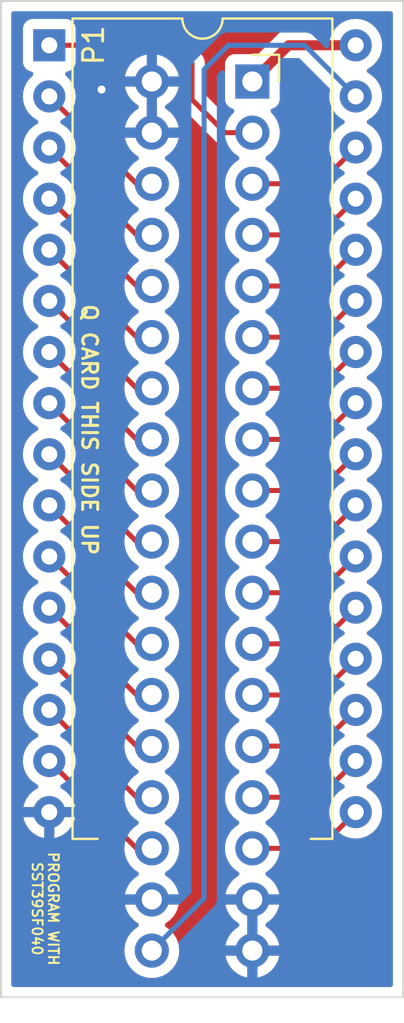
<source format=kicad_pcb>
(kicad_pcb (version 20211014) (generator pcbnew)
  (layers (0 "F.Cu" signal) (31 "B.Cu" signal) (34 "B.Paste" user) (35 "F.Paste" user) (36 "B.SilkS" user "B.Silkscreen") (37 "F.SilkS" user "F.Silkscreen") (38 "B.Mask" user) (39 "F.Mask" user) (44 "Edge.Cuts" user))
  (net 0 "")
  (net 1 "/A16")
  (net 2 "/A15")
  (net 3 "/A12")
  (net 4 "/A7")
  (net 5 "/A6")
  (net 6 "/A5")
  (net 7 "/A4")
  (net 8 "/A3")
  (net 9 "/A2")
  (net 10 "/A1")
  (net 11 "/A0")
  (net 12 "/D0")
  (net 13 "/D1")
  (net 14 "/D2")
  (net 15 "/GND")
  (net 16 "/D3")
  (net 17 "/D4")
  (net 18 "/D5")
  (net 19 "/D6")
  (net 20 "/D7")
  (net 21 "/CE")
  (net 22 "/A10")
  (net 23 "/OE")
  (net 24 "/A11")
  (net 25 "/A9")
  (net 26 "/A8")
  (net 27 "/A13")
  (net 28 "/A14")
  (net 29 "/A17")
  (net 30 "/A18")
  (net 31 "/VCC")
  (net 32 "/WE")
  (footprint "Connector_PinSocket_2.54mm:PinSocket_2x18_P2.54mm_Vertical" (layer "F.Cu") (at 96.5 54)
    (fp_text reference "J1" hide)
    (fp_text value "CART CONNECTOR")
    (fp_line (start 1.33 -1.33) (end 1.33 0) (layer "F.SilkS") (width 0.12))
    (fp_line (start 0 -1.33) (end 1.33 -1.33) (layer "F.SilkS") (width 0.12))
    (pad "1" thru_hole rect (at 0 0) (size 1.7 1.7) (drill 1) (layers *.Cu *.Mask) (net 31 "/VCC"))
    (pad "2" thru_hole oval (at -5 0) (size 1.7 1.7) (drill 1) (layers *.Cu *.Mask) (net 15 "/GND"))
    (pad "3" thru_hole oval (at 0 2.54) (size 1.7 1.7) (drill 1) (layers *.Cu *.Mask) (net 30 "/A18"))
    (pad "4" thru_hole oval (at -5 2.54) (size 1.7 1.7) (drill 1) (layers *.Cu *.Mask) (net 15 "/GND"))
    (pad "5" thru_hole oval (at 0 5.08) (size 1.7 1.7) (drill 1) (layers *.Cu *.Mask) (net 29 "/A17"))
    (pad "6" thru_hole oval (at -5 5.08) (size 1.7 1.7) (drill 1) (layers *.Cu *.Mask) (net 1 "/A16"))
    (pad "7" thru_hole oval (at 0 7.62) (size 1.7 1.7) (drill 1) (layers *.Cu *.Mask) (net 28 "/A14"))
    (pad "8" thru_hole oval (at -5 7.62) (size 1.7 1.7) (drill 1) (layers *.Cu *.Mask) (net 2 "/A15"))
    (pad "9" thru_hole oval (at 0 10.16) (size 1.7 1.7) (drill 1) (layers *.Cu *.Mask) (net 27 "/A13"))
    (pad "10" thru_hole oval (at -5 10.16) (size 1.7 1.7) (drill 1) (layers *.Cu *.Mask) (net 3 "/A12"))
    (pad "11" thru_hole oval (at 0 12.7) (size 1.7 1.7) (drill 1) (layers *.Cu *.Mask) (net 26 "/A8"))
    (pad "12" thru_hole oval (at -5 12.7) (size 1.7 1.7) (drill 1) (layers *.Cu *.Mask) (net 4 "/A7"))
    (pad "13" thru_hole oval (at 0 15.24) (size 1.7 1.7) (drill 1) (layers *.Cu *.Mask) (net 25 "/A9"))
    (pad "14" thru_hole oval (at -5 15.24) (size 1.7 1.7) (drill 1) (layers *.Cu *.Mask) (net 5 "/A6"))
    (pad "15" thru_hole oval (at 0 17.78) (size 1.7 1.7) (drill 1) (layers *.Cu *.Mask) (net 24 "/A11"))
    (pad "16" thru_hole oval (at -5 17.78) (size 1.7 1.7) (drill 1) (layers *.Cu *.Mask) (net 6 "/A5"))
    (pad "17" thru_hole oval (at 0 20.32) (size 1.7 1.7) (drill 1) (layers *.Cu *.Mask) (net 23 "/OE"))
    (pad "18" thru_hole oval (at -5 20.32) (size 1.7 1.7) (drill 1) (layers *.Cu *.Mask) (net 7 "/A4"))
    (pad "19" thru_hole oval (at 0 22.86) (size 1.7 1.7) (drill 1) (layers *.Cu *.Mask) (net 22 "/A10"))
    (pad "20" thru_hole oval (at -5 22.86) (size 1.7 1.7) (drill 1) (layers *.Cu *.Mask) (net 8 "/A3"))
    (pad "21" thru_hole oval (at 0 25.4) (size 1.7 1.7) (drill 1) (layers *.Cu *.Mask) (net 21 "/CE"))
    (pad "22" thru_hole oval (at -5 25.4) (size 1.7 1.7) (drill 1) (layers *.Cu *.Mask) (net 9 "/A2"))
    (pad "23" thru_hole oval (at 0 27.94) (size 1.7 1.7) (drill 1) (layers *.Cu *.Mask) (net 20 "/D7"))
    (pad "24" thru_hole oval (at -5 27.94) (size 1.7 1.7) (drill 1) (layers *.Cu *.Mask) (net 10 "/A1"))
    (pad "25" thru_hole oval (at 0 30.48) (size 1.7 1.7) (drill 1) (layers *.Cu *.Mask) (net 19 "/D6"))
    (pad "26" thru_hole oval (at -5 30.48) (size 1.7 1.7) (drill 1) (layers *.Cu *.Mask) (net 11 "/A0"))
    (pad "27" thru_hole oval (at 0 33.02) (size 1.7 1.7) (drill 1) (layers *.Cu *.Mask) (net 18 "/D5"))
    (pad "28" thru_hole oval (at -5 33.02) (size 1.7 1.7) (drill 1) (layers *.Cu *.Mask) (net 12 "/D0"))
    (pad "29" thru_hole oval (at 0 35.56) (size 1.7 1.7) (drill 1) (layers *.Cu *.Mask) (net 17 "/D4"))
    (pad "30" thru_hole oval (at -5 35.56) (size 1.7 1.7) (drill 1) (layers *.Cu *.Mask) (net 13 "/D1"))
    (pad "31" thru_hole oval (at 0 38.1) (size 1.7 1.7) (drill 1) (layers *.Cu *.Mask) (net 16 "/D3"))
    (pad "32" thru_hole oval (at -5 38.1) (size 1.7 1.7) (drill 1) (layers *.Cu *.Mask) (net 14 "/D2"))
    (pad "33" thru_hole oval (at 0 40.64) (size 1.7 1.7) (drill 1) (layers *.Cu *.Mask) (net 15 "/GND"))
    (pad "34" thru_hole oval (at -5 40.64) (size 1.7 1.7) (drill 1) (layers *.Cu *.Mask) (net 15 "/GND"))
    (pad "35" thru_hole oval (at 0 43.18) (size 1.7 1.7) (drill 1) (layers *.Cu *.Mask) (net 15 "/GND"))
    (pad "36" thru_hole oval (at -5 43.18) (size 1.7 1.7) (drill 1) (layers *.Cu *.Mask) (net 32 "/WE"))
  )
  (footprint "Package_DIP:DIP-32_W15.24mm" (layer "F.Cu") (at 86.4 52.2)
    (fp_text reference "J2" hide)
    (fp_text value "PROGRAMMER DIP")
    (fp_line (start 14.08 39.43) (end 14.08 -1.33) (layer "F.SilkS") (width 0.12))
    (fp_line (start 2.4 39.43) (end 1.16 39.43) (layer "F.SilkS") (width 0.12))
    (fp_line (start 14.05 39.43) (end 13 39.43) (layer "F.SilkS") (width 0.12))
    (fp_line (start 6.62 -1.33) (end 1.16 -1.33) (layer "F.SilkS") (width 0.12))
    (fp_line (start 14.08 -1.33) (end 8.62 -1.33) (layer "F.SilkS") (width 0.12))
    (fp_line (start 1.16 -1.33) (end 1.16 39.43) (layer "F.SilkS") (width 0.12))
    (fp_arc (start 8.62 -1.33) (mid 7.62 -0.33) (end 6.62 -1.33) (layer "F.SilkS") (width 0.12))
    (pad "1" thru_hole rect (at 0 0) (size 1.6 1.6) (drill 0.8) (layers *.Cu *.Mask) (net 30 "/A18"))
    (pad "2" thru_hole oval (at 0 2.54) (size 1.6 1.6) (drill 0.8) (layers *.Cu *.Mask) (net 1 "/A16"))
    (pad "3" thru_hole oval (at 0 5.08) (size 1.6 1.6) (drill 0.8) (layers *.Cu *.Mask) (net 2 "/A15"))
    (pad "4" thru_hole oval (at 0 7.62) (size 1.6 1.6) (drill 0.8) (layers *.Cu *.Mask) (net 3 "/A12"))
    (pad "5" thru_hole oval (at 0 10.16) (size 1.6 1.6) (drill 0.8) (layers *.Cu *.Mask) (net 4 "/A7"))
    (pad "6" thru_hole oval (at 0 12.7) (size 1.6 1.6) (drill 0.8) (layers *.Cu *.Mask) (net 5 "/A6"))
    (pad "7" thru_hole oval (at 0 15.24) (size 1.6 1.6) (drill 0.8) (layers *.Cu *.Mask) (net 6 "/A5"))
    (pad "8" thru_hole oval (at 0 17.78) (size 1.6 1.6) (drill 0.8) (layers *.Cu *.Mask) (net 7 "/A4"))
    (pad "9" thru_hole oval (at 0 20.32) (size 1.6 1.6) (drill 0.8) (layers *.Cu *.Mask) (net 8 "/A3"))
    (pad "10" thru_hole oval (at 0 22.86) (size 1.6 1.6) (drill 0.8) (layers *.Cu *.Mask) (net 9 "/A2"))
    (pad "11" thru_hole oval (at 0 25.4) (size 1.6 1.6) (drill 0.8) (layers *.Cu *.Mask) (net 10 "/A1"))
    (pad "12" thru_hole oval (at 0 27.94) (size 1.6 1.6) (drill 0.8) (layers *.Cu *.Mask) (net 11 "/A0"))
    (pad "13" thru_hole oval (at 0 30.48) (size 1.6 1.6) (drill 0.8) (layers *.Cu *.Mask) (net 12 "/D0"))
    (pad "14" thru_hole oval (at 0 33.02) (size 1.6 1.6) (drill 0.8) (layers *.Cu *.Mask) (net 13 "/D1"))
    (pad "15" thru_hole oval (at 0 35.56) (size 1.6 1.6) (drill 0.8) (layers *.Cu *.Mask) (net 14 "/D2"))
    (pad "16" thru_hole oval (at 0 38.1) (size 1.6 1.6) (drill 0.8) (layers *.Cu *.Mask) (net 15 "/GND"))
    (pad "17" thru_hole oval (at 15.24 38.1) (size 1.6 1.6) (drill 0.8) (layers *.Cu *.Mask) (net 16 "/D3"))
    (pad "18" thru_hole oval (at 15.24 35.56) (size 1.6 1.6) (drill 0.8) (layers *.Cu *.Mask) (net 17 "/D4"))
    (pad "19" thru_hole oval (at 15.24 33.02) (size 1.6 1.6) (drill 0.8) (layers *.Cu *.Mask) (net 18 "/D5"))
    (pad "20" thru_hole oval (at 15.24 30.48) (size 1.6 1.6) (drill 0.8) (layers *.Cu *.Mask) (net 19 "/D6"))
    (pad "21" thru_hole oval (at 15.24 27.94) (size 1.6 1.6) (drill 0.8) (layers *.Cu *.Mask) (net 20 "/D7"))
    (pad "22" thru_hole oval (at 15.24 25.4) (size 1.6 1.6) (drill 0.8) (layers *.Cu *.Mask) (net 21 "/CE"))
    (pad "23" thru_hole oval (at 15.24 22.86) (size 1.6 1.6) (drill 0.8) (layers *.Cu *.Mask) (net 22 "/A10"))
    (pad "24" thru_hole oval (at 15.24 20.32) (size 1.6 1.6) (drill 0.8) (layers *.Cu *.Mask) (net 23 "/OE"))
    (pad "25" thru_hole oval (at 15.24 17.78) (size 1.6 1.6) (drill 0.8) (layers *.Cu *.Mask) (net 24 "/A11"))
    (pad "26" thru_hole oval (at 15.24 15.24) (size 1.6 1.6) (drill 0.8) (layers *.Cu *.Mask) (net 25 "/A9"))
    (pad "27" thru_hole oval (at 15.24 12.7) (size 1.6 1.6) (drill 0.8) (layers *.Cu *.Mask) (net 26 "/A8"))
    (pad "28" thru_hole oval (at 15.24 10.16) (size 1.6 1.6) (drill 0.8) (layers *.Cu *.Mask) (net 27 "/A13"))
    (pad "29" thru_hole oval (at 15.24 7.62) (size 1.6 1.6) (drill 0.8) (layers *.Cu *.Mask) (net 28 "/A14"))
    (pad "30" thru_hole oval (at 15.24 5.08) (size 1.6 1.6) (drill 0.8) (layers *.Cu *.Mask) (net 29 "/A17"))
    (pad "31" thru_hole oval (at 15.24 2.54) (size 1.6 1.6) (drill 0.8) (layers *.Cu *.Mask) (net 32 "/WE"))
    (pad "32" thru_hole oval (at 15.24 0) (size 1.6 1.6) (drill 0.8) (layers *.Cu *.Mask) (net 31 "/VCC"))
  )
  (gr_rect (start 104 50) (end 84 99.5) (layer "Edge.Cuts") (width 0.1) (fill none))
  (gr_text "P1" (at 88.6 52.2 90) (layer "F.SilkS") (effects (font (size 1 1))))
  (gr_text "PROGRAM WITH\nSST39SF040" (at 86.2 95.1 270) (layer "F.SilkS") (effects (font (size 0.5 0.5) (thickness 0.1))))
  (gr_text "Q CARD THIS SIDE UP" (at 88.4 71.3 270) (layer "F.SilkS") (effects (font (size 0.75 0.75))))
  (segment (start 90.74 59.08) (end 91.5 59.08) (width 0.25) (layer "F.Cu") (net 1))
  (segment (start 86.4 54.74) (end 90.74 59.08) (width 0.25) (layer "F.Cu") (net 1))
  (segment (start 86.4 57.28) (end 90.74 61.62) (width 0.25) (layer "F.Cu") (net 2))
  (segment (start 90.74 61.62) (end 91.5 61.62) (width 0.25) (layer "F.Cu") (net 2))
  (segment (start 90.74 64.16) (end 91.5 64.16) (width 0.25) (layer "F.Cu") (net 3))
  (segment (start 86.4 59.82) (end 90.74 64.16) (width 0.25) (layer "F.Cu") (net 3))
  (segment (start 86.4 62.36) (end 90.74 66.7) (width 0.25) (layer "F.Cu") (net 4))
  (segment (start 90.74 66.7) (end 91.5 66.7) (width 0.25) (layer "F.Cu") (net 4))
  (segment (start 90.74 69.24) (end 91.5 69.24) (width 0.25) (layer "F.Cu") (net 5))
  (segment (start 86.4 64.9) (end 90.74 69.24) (width 0.25) (layer "F.Cu") (net 5))
  (segment (start 86.4 67.44) (end 90.74 71.78) (width 0.25) (layer "F.Cu") (net 6))
  (segment (start 90.74 71.78) (end 91.5 71.78) (width 0.25) (layer "F.Cu") (net 6))
  (segment (start 86.4 69.98) (end 90.74 74.32) (width 0.25) (layer "F.Cu") (net 7))
  (segment (start 90.74 74.32) (end 91.5 74.32) (width 0.25) (layer "F.Cu") (net 7))
  (segment (start 90.74 76.86) (end 91.5 76.86) (width 0.25) (layer "F.Cu") (net 8))
  (segment (start 86.4 72.52) (end 90.74 76.86) (width 0.25) (layer "F.Cu") (net 8))
  (segment (start 90.74 79.4) (end 91.5 79.4) (width 0.25) (layer "F.Cu") (net 9))
  (segment (start 86.4 75.06) (end 90.74 79.4) (width 0.25) (layer "F.Cu") (net 9))
  (segment (start 86.4 77.6) (end 90.74 81.94) (width 0.25) (layer "F.Cu") (net 10))
  (segment (start 90.74 81.94) (end 91.5 81.94) (width 0.25) (layer "F.Cu") (net 10))
  (segment (start 90.74 84.48) (end 91.5 84.48) (width 0.25) (layer "F.Cu") (net 11))
  (segment (start 86.4 80.14) (end 90.74 84.48) (width 0.25) (layer "F.Cu") (net 11))
  (segment (start 90.74 87.02) (end 91.5 87.02) (width 0.25) (layer "F.Cu") (net 12))
  (segment (start 86.4 82.68) (end 90.74 87.02) (width 0.25) (layer "F.Cu") (net 12))
  (segment (start 86.4 85.22) (end 90.74 89.56) (width 0.25) (layer "F.Cu") (net 13))
  (segment (start 90.74 89.56) (end 91.5 89.56) (width 0.25) (layer "F.Cu") (net 13))
  (segment (start 90.74 92.1) (end 91.5 92.1) (width 0.25) (layer "F.Cu") (net 14))
  (segment (start 86.4 87.76) (end 90.74 92.1) (width 0.25) (layer "F.Cu") (net 14))
  (via (at 89 54.4) (size 0.8) (drill 0.4) (layers "F.Cu" "B.Cu") (net 15))
  (segment (start 96.5 92.1) (end 99.84 92.1) (width 0.25) (layer "F.Cu") (net 16))
  (segment (start 99.84 92.1) (end 101.64 90.3) (width 0.25) (layer "F.Cu") (net 16))
  (segment (start 96.5 89.56) (end 99.84 89.56) (width 0.25) (layer "F.Cu") (net 17))
  (segment (start 99.84 89.56) (end 101.64 87.76) (width 0.25) (layer "F.Cu") (net 17))
  (segment (start 96.5 87.02) (end 99.84 87.02) (width 0.25) (layer "F.Cu") (net 18))
  (segment (start 99.84 87.02) (end 101.64 85.22) (width 0.25) (layer "F.Cu") (net 18))
  (segment (start 99.84 84.48) (end 101.64 82.68) (width 0.25) (layer "F.Cu") (net 19))
  (segment (start 96.5 84.48) (end 99.84 84.48) (width 0.25) (layer "F.Cu") (net 19))
  (segment (start 99.84 81.94) (end 101.64 80.14) (width 0.25) (layer "F.Cu") (net 20))
  (segment (start 96.5 81.94) (end 99.84 81.94) (width 0.25) (layer "F.Cu") (net 20))
  (segment (start 99.84 79.4) (end 101.64 77.6) (width 0.25) (layer "F.Cu") (net 21))
  (segment (start 96.5 79.4) (end 99.84 79.4) (width 0.25) (layer "F.Cu") (net 21))
  (segment (start 99.84 76.86) (end 101.64 75.06) (width 0.25) (layer "F.Cu") (net 22))
  (segment (start 96.5 76.86) (end 99.84 76.86) (width 0.25) (layer "F.Cu") (net 22))
  (segment (start 99.84 74.32) (end 101.64 72.52) (width 0.25) (layer "F.Cu") (net 23))
  (segment (start 96.5 74.32) (end 99.84 74.32) (width 0.25) (layer "F.Cu") (net 23))
  (segment (start 99.84 71.78) (end 101.64 69.98) (width 0.25) (layer "F.Cu") (net 24))
  (segment (start 96.5 71.78) (end 99.84 71.78) (width 0.25) (layer "F.Cu") (net 24))
  (segment (start 96.5 69.24) (end 99.84 69.24) (width 0.25) (layer "F.Cu") (net 25))
  (segment (start 99.84 69.24) (end 101.64 67.44) (width 0.25) (layer "F.Cu") (net 25))
  (segment (start 96.5 66.7) (end 99.84 66.7) (width 0.25) (layer "F.Cu") (net 26))
  (segment (start 99.84 66.7) (end 101.64 64.9) (width 0.25) (layer "F.Cu") (net 26))
  (segment (start 96.5 64.16) (end 99.84 64.16) (width 0.25) (layer "F.Cu") (net 27))
  (segment (start 99.84 64.16) (end 101.64 62.36) (width 0.25) (layer "F.Cu") (net 27))
  (segment (start 96.5 61.62) (end 99.84 61.62) (width 0.25) (layer "F.Cu") (net 28))
  (segment (start 99.84 61.62) (end 101.64 59.82) (width 0.25) (layer "F.Cu") (net 28))
  (segment (start 96.5 59.08) (end 99.84 59.08) (width 0.25) (layer "F.Cu") (net 29))
  (segment (start 99.84 59.08) (end 101.64 57.28) (width 0.25) (layer "F.Cu") (net 29))
  (segment (start 86.4 52.2) (end 92.6 52.2) (width 0.25) (layer "F.Cu") (net 30))
  (segment (start 93.5 53.1) (end 93.5 54.9) (width 0.25) (layer "F.Cu") (net 30))
  (segment (start 93.5 54.9) (end 95.14 56.54) (width 0.25) (layer "F.Cu") (net 30))
  (segment (start 95.14 56.54) (end 96.5 56.54) (width 0.25) (layer "F.Cu") (net 30))
  (segment (start 92.6 52.2) (end 93.5 53.1) (width 0.25) (layer "F.Cu") (net 30))
  (segment (start 101.64 52.2) (end 98.3 52.2) (width 0.5) (layer "F.Cu") (net 31))
  (segment (start 98.3 52.2) (end 96.5 54) (width 0.5) (layer "F.Cu") (net 31))
  (segment (start 99.1 52.2) (end 101.64 54.74) (width 0.25) (layer "B.Cu") (net 32))
  (segment (start 95.3 52.2) (end 99.1 52.2) (width 0.25) (layer "B.Cu") (net 32))
  (segment (start 94.1 94.58) (end 94.1 53.4) (width 0.25) (layer "B.Cu") (net 32))
  (segment (start 91.5 97.18) (end 94.1 94.58) (width 0.25) (layer "B.Cu") (net 32))
  (segment (start 94.1 53.4) (end 95.3 52.2) (width 0.25) (layer "B.Cu") (net 32))
  (zone (net 15) (net_name "/GND") (layers F&B.Cu) (connect_pads (clearance 0.508)) (min_thickness 0.254) (fill yes (thermal_gap 0.508) (thermal_bridge_width 0.508))
    (polygon (pts (xy 104 99.5) (xy 84 99.5) (xy 84 50) (xy 104 50)))
  )
)
</source>
